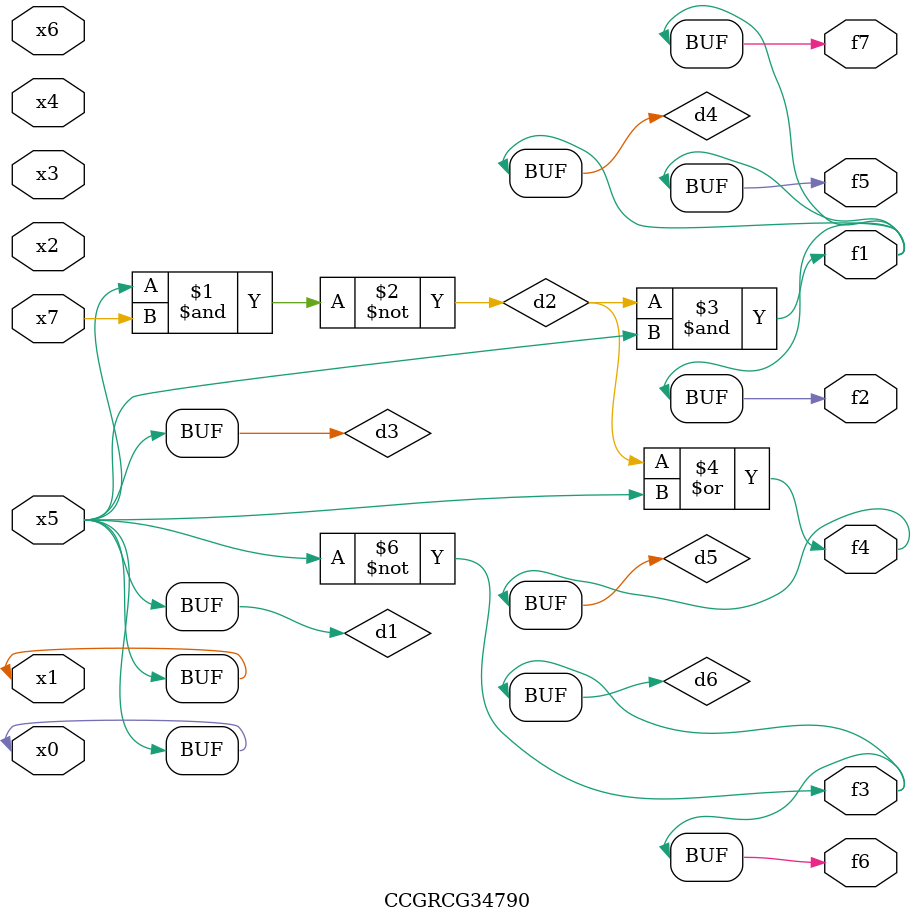
<source format=v>
module CCGRCG34790(
	input x0, x1, x2, x3, x4, x5, x6, x7,
	output f1, f2, f3, f4, f5, f6, f7
);

	wire d1, d2, d3, d4, d5, d6;

	buf (d1, x0, x5);
	nand (d2, x5, x7);
	buf (d3, x0, x1);
	and (d4, d2, d3);
	or (d5, d2, d3);
	nor (d6, d1, d3);
	assign f1 = d4;
	assign f2 = d4;
	assign f3 = d6;
	assign f4 = d5;
	assign f5 = d4;
	assign f6 = d6;
	assign f7 = d4;
endmodule

</source>
